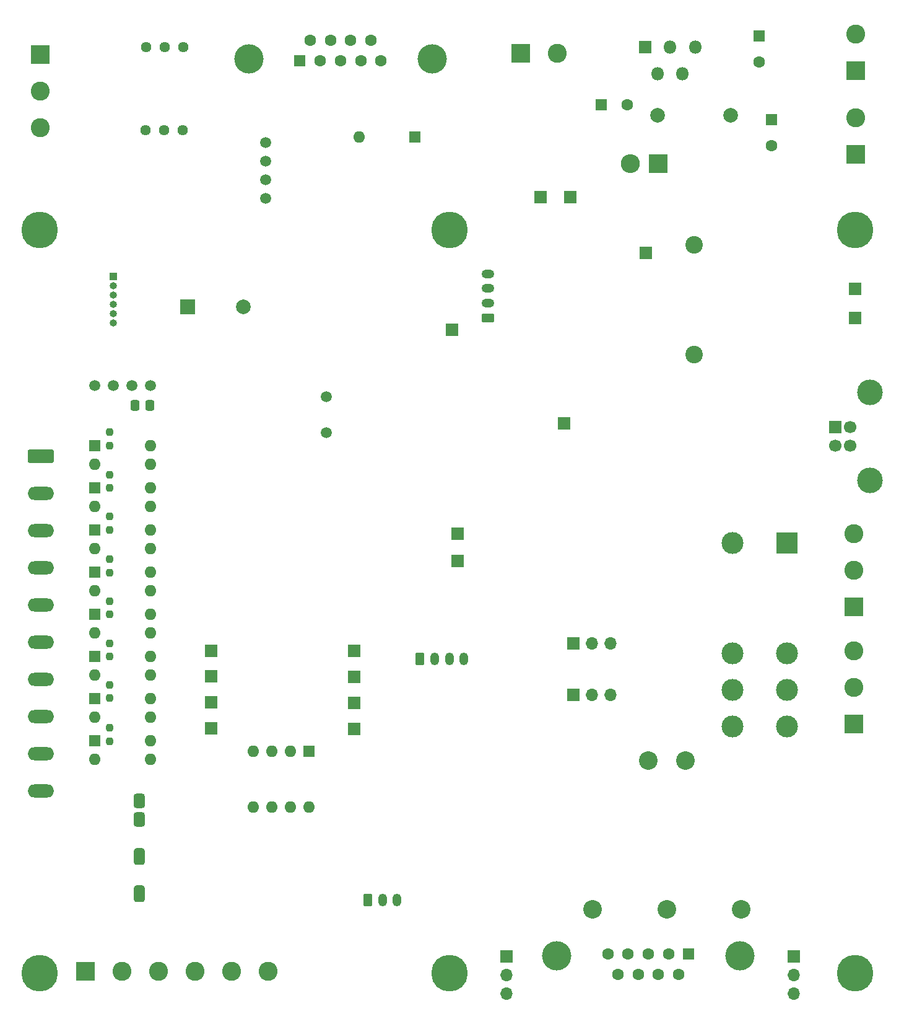
<source format=gbr>
%TF.GenerationSoftware,KiCad,Pcbnew,6.0.5*%
%TF.CreationDate,2022-09-27T17:44:27+03:00*%
%TF.ProjectId,stm32,73746d33-322e-46b6-9963-61645f706362,rev?*%
%TF.SameCoordinates,Original*%
%TF.FileFunction,Soldermask,Bot*%
%TF.FilePolarity,Negative*%
%FSLAX46Y46*%
G04 Gerber Fmt 4.6, Leading zero omitted, Abs format (unit mm)*
G04 Created by KiCad (PCBNEW 6.0.5) date 2022-09-27 17:44:27*
%MOMM*%
%LPD*%
G01*
G04 APERTURE LIST*
G04 Aperture macros list*
%AMRoundRect*
0 Rectangle with rounded corners*
0 $1 Rounding radius*
0 $2 $3 $4 $5 $6 $7 $8 $9 X,Y pos of 4 corners*
0 Add a 4 corners polygon primitive as box body*
4,1,4,$2,$3,$4,$5,$6,$7,$8,$9,$2,$3,0*
0 Add four circle primitives for the rounded corners*
1,1,$1+$1,$2,$3*
1,1,$1+$1,$4,$5*
1,1,$1+$1,$6,$7*
1,1,$1+$1,$8,$9*
0 Add four rect primitives between the rounded corners*
20,1,$1+$1,$2,$3,$4,$5,0*
20,1,$1+$1,$4,$5,$6,$7,0*
20,1,$1+$1,$6,$7,$8,$9,0*
20,1,$1+$1,$8,$9,$2,$3,0*%
G04 Aperture macros list end*
%ADD10RoundRect,0.381000X-0.381000X0.619000X-0.381000X-0.619000X0.381000X-0.619000X0.381000X0.619000X0*%
%ADD11RoundRect,0.381000X-0.381000X0.762000X-0.381000X-0.762000X0.381000X-0.762000X0.381000X0.762000X0*%
%ADD12C,2.540000*%
%ADD13C,3.000000*%
%ADD14R,3.000000X3.000000*%
%ADD15RoundRect,0.250000X-1.550000X0.650000X-1.550000X-0.650000X1.550000X-0.650000X1.550000X0.650000X0*%
%ADD16O,3.600000X1.800000*%
%ADD17R,2.600000X2.600000*%
%ADD18C,2.600000*%
%ADD19C,1.500000*%
%ADD20C,5.000000*%
%ADD21R,1.000000X1.000000*%
%ADD22O,1.000000X1.000000*%
%ADD23R,1.600000X1.600000*%
%ADD24O,1.600000X1.600000*%
%ADD25C,1.600000*%
%ADD26O,1.700000X1.700000*%
%ADD27R,1.700000X1.700000*%
%ADD28C,2.400000*%
%ADD29R,2.000000X2.000000*%
%ADD30C,2.000000*%
%ADD31C,4.000000*%
%ADD32C,1.440000*%
%ADD33O,1.200000X1.750000*%
%ADD34RoundRect,0.250000X-0.350000X-0.625000X0.350000X-0.625000X0.350000X0.625000X-0.350000X0.625000X0*%
%ADD35C,3.500000*%
%ADD36C,1.700000*%
%ADD37O,2.600000X2.600000*%
%ADD38RoundRect,0.250000X0.625000X-0.350000X0.625000X0.350000X-0.625000X0.350000X-0.625000X-0.350000X0*%
%ADD39O,1.750000X1.200000*%
%ADD40R,1.800000X1.800000*%
%ADD41O,1.800000X1.800000*%
%ADD42RoundRect,0.237500X-0.237500X0.250000X-0.237500X-0.250000X0.237500X-0.250000X0.237500X0.250000X0*%
%ADD43RoundRect,0.250000X-0.337500X-0.475000X0.337500X-0.475000X0.337500X0.475000X-0.337500X0.475000X0*%
G04 APERTURE END LIST*
D10*
%TO.C,Q3*%
X32105600Y-127480400D03*
X32105600Y-130020400D03*
D11*
X32105600Y-135100400D03*
X32105600Y-140180400D03*
%TD*%
D12*
%TO.C,Q2*%
X106781600Y-121970800D03*
X101701600Y-121970800D03*
X94081600Y-142290800D03*
X104241600Y-142290800D03*
X114401600Y-142290800D03*
%TD*%
D13*
%TO.C,K1*%
X120707500Y-112292500D03*
X120707500Y-107292500D03*
X120707500Y-117292500D03*
X113207500Y-112292500D03*
X113207500Y-107292500D03*
X113207500Y-117292500D03*
D14*
X120707500Y-92292500D03*
D13*
X113207500Y-92292500D03*
%TD*%
D15*
%TO.C,J30*%
X18683400Y-80398958D03*
D16*
X18683400Y-85478958D03*
X18683400Y-90558958D03*
X18683400Y-95638958D03*
X18683400Y-100718958D03*
X18683400Y-105798958D03*
X18683400Y-110878958D03*
X18683400Y-115958958D03*
X18683400Y-121038958D03*
X18683400Y-126118958D03*
%TD*%
D17*
%TO.C,J10*%
X129805000Y-117000000D03*
D18*
X129805000Y-112000000D03*
X129805000Y-107000000D03*
%TD*%
D19*
%TO.C,Q8*%
X49384800Y-45143469D03*
X49384800Y-42603469D03*
X49384800Y-40063469D03*
X49384800Y-37523469D03*
%TD*%
%TO.C,Q1*%
X33645400Y-70780886D03*
X31105400Y-70780886D03*
X28565400Y-70780886D03*
X26025400Y-70780886D03*
%TD*%
D20*
%TO.C,P6*%
X74500000Y-49500000D03*
%TD*%
%TO.C,P5*%
X130000000Y-49500000D03*
%TD*%
D21*
%TO.C,J9*%
X28525000Y-55825000D03*
D22*
X28525000Y-57095000D03*
X28525000Y-58365000D03*
X28525000Y-59635000D03*
X28525000Y-60905000D03*
X28525000Y-62175000D03*
%TD*%
D23*
%TO.C,U17*%
X26000000Y-113511428D03*
D24*
X26000000Y-116051428D03*
X33620000Y-116051428D03*
X33620000Y-113511428D03*
%TD*%
D18*
%TO.C,J27*%
X130047000Y-34183500D03*
D17*
X130047000Y-39183500D03*
%TD*%
D25*
%TO.C,C19*%
X98798349Y-32412500D03*
D23*
X95298349Y-32412500D03*
%TD*%
%TO.C,C28*%
X118541000Y-34444500D03*
D25*
X118541000Y-37944500D03*
%TD*%
D26*
%TO.C,JP4*%
X121583400Y-153775700D03*
X121583400Y-151235700D03*
D27*
X121583400Y-148695700D03*
%TD*%
%TO.C,J16*%
X75590400Y-94691200D03*
%TD*%
%TO.C,TP4*%
X130000000Y-57500000D03*
%TD*%
D20*
%TO.C,P3*%
X18500000Y-151000000D03*
%TD*%
D24*
%TO.C,SW4*%
X62194600Y-36804600D03*
D23*
X69814600Y-36804600D03*
%TD*%
D28*
%TO.C,C22*%
X108000000Y-66500000D03*
X108000000Y-51500000D03*
%TD*%
D27*
%TO.C,JP2*%
X91420000Y-113000000D03*
D26*
X93960000Y-113000000D03*
X96500000Y-113000000D03*
%TD*%
D23*
%TO.C,U15*%
X26000000Y-101985714D03*
D24*
X26000000Y-104525714D03*
X33620000Y-104525714D03*
X33620000Y-101985714D03*
%TD*%
D17*
%TO.C,J20*%
X24749600Y-150787800D03*
D18*
X29749600Y-150787800D03*
X34749600Y-150787800D03*
X39749600Y-150787800D03*
X44749600Y-150787800D03*
X49749600Y-150787800D03*
%TD*%
D27*
%TO.C,TP2*%
X130000000Y-61500000D03*
%TD*%
D29*
%TO.C,BZ1*%
X38700000Y-60000000D03*
D30*
X46300000Y-60000000D03*
%TD*%
D27*
%TO.C,J15*%
X75590400Y-90982800D03*
%TD*%
D31*
%TO.C,J28*%
X47111000Y-26116000D03*
X72111000Y-26116000D03*
D23*
X54071000Y-26416000D03*
D25*
X56841000Y-26416000D03*
X59611000Y-26416000D03*
X62381000Y-26416000D03*
X65151000Y-26416000D03*
X55456000Y-23576000D03*
X58226000Y-23576000D03*
X60996000Y-23576000D03*
X63766000Y-23576000D03*
%TD*%
D19*
%TO.C,Y1*%
X57678600Y-77156200D03*
X57678600Y-72276200D03*
%TD*%
D17*
%TO.C,J25*%
X129805000Y-101000000D03*
D18*
X129805000Y-96000000D03*
X129805000Y-91000000D03*
%TD*%
D27*
%TO.C,J3*%
X41914200Y-106994800D03*
%TD*%
%TO.C,TP3*%
X91000000Y-45000000D03*
%TD*%
D32*
%TO.C,RV1*%
X38079800Y-24514600D03*
X35539800Y-24514600D03*
X32999800Y-24514600D03*
%TD*%
D33*
%TO.C,J19*%
X76500000Y-108099400D03*
X74500000Y-108099400D03*
X72500000Y-108099400D03*
D34*
X70500000Y-108099400D03*
%TD*%
D27*
%TO.C,J1*%
X61472200Y-114081400D03*
%TD*%
%TO.C,J2*%
X61472200Y-110525400D03*
%TD*%
D35*
%TO.C,J29*%
X132000000Y-83699200D03*
X132000000Y-71659200D03*
D36*
X129290000Y-76429200D03*
X129290000Y-78929200D03*
X127290000Y-78929200D03*
D27*
X127290000Y-76429200D03*
%TD*%
%TO.C,J5*%
X41914200Y-110500000D03*
%TD*%
%TO.C,JP3*%
X82289600Y-148695700D03*
D26*
X82289600Y-151235700D03*
X82289600Y-153775700D03*
%TD*%
D23*
%TO.C,U14*%
X26000000Y-96222857D03*
D24*
X26000000Y-98762857D03*
X33620000Y-98762857D03*
X33620000Y-96222857D03*
%TD*%
D17*
%TO.C,D10*%
X103027000Y-40413500D03*
D37*
X99217000Y-40413500D03*
%TD*%
D31*
%TO.C,J18*%
X114205200Y-148658169D03*
X89205200Y-148658169D03*
D23*
X107245200Y-148358169D03*
D25*
X104475200Y-148358169D03*
X101705200Y-148358169D03*
X98935200Y-148358169D03*
X96165200Y-148358169D03*
X105860200Y-151198169D03*
X103090200Y-151198169D03*
X100320200Y-151198169D03*
X97550200Y-151198169D03*
%TD*%
D32*
%TO.C,RV2*%
X38029000Y-35843000D03*
X35489000Y-35843000D03*
X32949000Y-35843000D03*
%TD*%
D27*
%TO.C,J8*%
X61472200Y-117637400D03*
%TD*%
%TO.C,J17*%
X74879200Y-63093600D03*
%TD*%
D17*
%TO.C,J21*%
X18526000Y-25500000D03*
D18*
X18526000Y-30500000D03*
X18526000Y-35500000D03*
%TD*%
D23*
%TO.C,U16*%
X26000000Y-107748571D03*
D24*
X26000000Y-110288571D03*
X33620000Y-110288571D03*
X33620000Y-107748571D03*
%TD*%
D23*
%TO.C,C18*%
X116890000Y-23012849D03*
D25*
X116890000Y-26512849D03*
%TD*%
D23*
%TO.C,U13*%
X26000000Y-84697143D03*
D24*
X26000000Y-87237143D03*
X33620000Y-87237143D03*
X33620000Y-84697143D03*
%TD*%
D34*
%TO.C,J22*%
X63338600Y-141059000D03*
D33*
X65338600Y-141059000D03*
X67338600Y-141059000D03*
%TD*%
D23*
%TO.C,SW2*%
X55274600Y-120717900D03*
D24*
X52734600Y-120717900D03*
X50194600Y-120717900D03*
X47654600Y-120717900D03*
X47654600Y-128337900D03*
X50194600Y-128337900D03*
X52734600Y-128337900D03*
X55274600Y-128337900D03*
%TD*%
D23*
%TO.C,U11*%
X26000000Y-90460000D03*
D24*
X26000000Y-93000000D03*
X33620000Y-93000000D03*
X33620000Y-90460000D03*
%TD*%
D27*
%TO.C,TP1*%
X101396000Y-52650000D03*
%TD*%
D20*
%TO.C,P1*%
X74500000Y-151000000D03*
%TD*%
D38*
%TO.C,J24*%
X79764000Y-61492000D03*
D39*
X79764000Y-59492000D03*
X79764000Y-57492000D03*
X79764000Y-55492000D03*
%TD*%
D20*
%TO.C,P4*%
X18500000Y-49500000D03*
%TD*%
D23*
%TO.C,U18*%
X26000000Y-119274286D03*
D24*
X26000000Y-121814286D03*
X33620000Y-121814286D03*
X33620000Y-119274286D03*
%TD*%
D27*
%TO.C,TP5*%
X87000000Y-45000000D03*
%TD*%
D30*
%TO.C,L1*%
X113000000Y-33809500D03*
X103000000Y-33809500D03*
%TD*%
D27*
%TO.C,JP1*%
X91475000Y-106000000D03*
D26*
X94015000Y-106000000D03*
X96555000Y-106000000D03*
%TD*%
D18*
%TO.C,J26*%
X130098000Y-22713500D03*
D17*
X130098000Y-27713500D03*
%TD*%
D27*
%TO.C,J4*%
X41914200Y-117612000D03*
%TD*%
%TO.C,J6*%
X41914200Y-114056000D03*
%TD*%
D40*
%TO.C,U9*%
X101298000Y-24488500D03*
D41*
X102998000Y-28188500D03*
X104698000Y-24488500D03*
X106398000Y-28188500D03*
X108098000Y-24488500D03*
%TD*%
D27*
%TO.C,J7*%
X61472200Y-106969400D03*
%TD*%
D23*
%TO.C,U12*%
X26000000Y-78934286D03*
D24*
X26000000Y-81474286D03*
X33620000Y-81474286D03*
X33620000Y-78934286D03*
%TD*%
D20*
%TO.C,P2*%
X130000000Y-151000000D03*
%TD*%
D17*
%TO.C,J23*%
X84291000Y-25351500D03*
D18*
X89291000Y-25351500D03*
%TD*%
D27*
%TO.C,J38*%
X90170000Y-75946000D03*
%TD*%
D42*
%TO.C,R36*%
X28057400Y-105936386D03*
X28057400Y-107761386D03*
%TD*%
%TO.C,R32*%
X28057400Y-77130886D03*
X28057400Y-78955886D03*
%TD*%
D43*
%TO.C,C1*%
X31486400Y-73447886D03*
X33561400Y-73447886D03*
%TD*%
D42*
%TO.C,R35*%
X28057400Y-100197886D03*
X28057400Y-102022886D03*
%TD*%
%TO.C,R37*%
X28057400Y-111627886D03*
X28057400Y-113452886D03*
%TD*%
%TO.C,R38*%
X28057400Y-117493386D03*
X28057400Y-119318386D03*
%TD*%
%TO.C,R33*%
X28057400Y-82925886D03*
X28057400Y-84750886D03*
%TD*%
%TO.C,R34*%
X28057400Y-94482886D03*
X28057400Y-96307886D03*
%TD*%
%TO.C,R31*%
X28057400Y-88640886D03*
X28057400Y-90465886D03*
%TD*%
M02*

</source>
